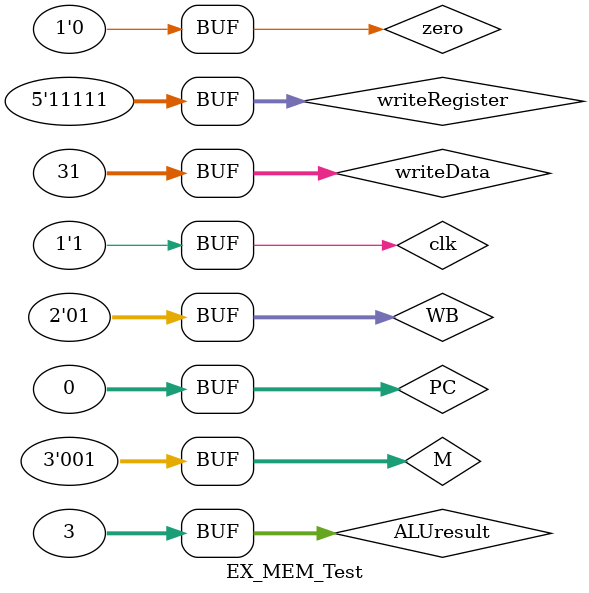
<source format=v>
module EX_MEM (WB_output,M_output, PC_output ,zero_output, ALUresult_output,writeData_output,writeRegister_output,WB,M,PC,zero,writeData,ALUresult,writeRegister,clk);
input [1:0] WB; 
input [2:0] M;
input [31:0] PC;
input [31:0] ALUresult,writeData;
input zero;
input [4:0] writeRegister;
input clk;

output reg [1:0] WB_output;
output reg [31:0] ALUresult_output,writeData_output;
output reg zero_output;
output reg [31:0] PC_output;
output reg [4:0] writeRegister_output;
output reg [2:0] M_output;
always @(posedge clk)
begin
WB_output <= WB;
ALUresult_output <= ALUresult;
writeData_output <= writeData;
M_output <= M;
PC_output <= PC;
zero_output <=zero;
writeRegister_output <= writeRegister;
end

endmodule

module EX_MEM_Test;
reg [1:0] WB; 
reg [2:0] M;
reg [31:0]PC;
reg [31:0]ALUresult,writeData;
reg zero;
reg [4:0]writeRegister;
reg clk;

wire [1:0] WB_output;
wire [31:0]ALUresult_output,writeData_output;
wire zero_output;
wire [31:0] PC_output;
wire [4:0] writeRegister_output;
wire [2:0] M_output;

EX_MEM testing (WB_output,M_output, PC_output ,zero_output, ALUresult_output,writeData_output,writeRegister_output,WB,M,PC,zero,writeData,ALUresult,writeRegister,clk);
initial begin
  WB = 2'b01;
  M =3'b001;
  PC=32'b00000000000000000000000000000000;
  ALUresult = 32'b00000000000000000000000000000011;
  writeData = 32'b00000000000000000000000000011111;
  zero = 1'b0;
  writeRegister= 5'b11111;
  clk= 1'b1;
end
    always@(WB_output) begin
        $display("%s %d","WB output", WB_output);
    end
        always@(ALUresult_output) begin
        $display("%s %d","ALUresult output", ALUresult_output);
         end

        always@(writeData_output) begin
        $display("%s %d","writeData output",writeData_output);
         end


            always@(zero_output) begin
        $display("%s %d","zero output",zero_output);
         end
        always@(PC_output) begin
        $display("%s %d","PC output",PC_output);
         end
                 always@(writeRegister_output) begin
        $display("%s %d","writeRegister output",writeRegister_output);
         end
        always@(M_output) begin
        $display("%s %d","M output",M_output);
         end
         
    


endmodule
</source>
